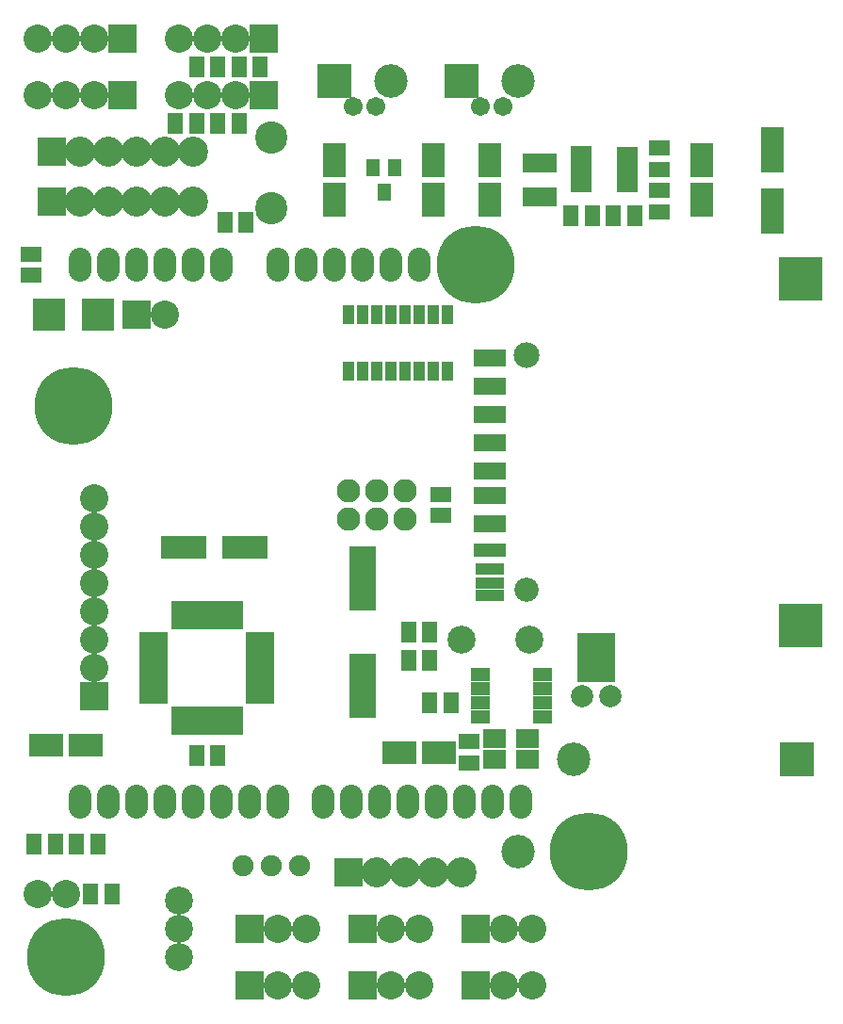
<source format=gts>
G04 (created by PCBNEW (2013-07-07 BZR 4022)-stable) date 29/12/2014 16:26:55*
%MOIN*%
G04 Gerber Fmt 3.4, Leading zero omitted, Abs format*
%FSLAX34Y34*%
G01*
G70*
G90*
G04 APERTURE LIST*
%ADD10C,0.00590551*%
%ADD11C,0.0987402*%
%ADD12R,0.1184X0.1184*%
%ADD13C,0.1184*%
%ADD14C,0.0672441*%
%ADD15C,0.0790551*%
%ADD16R,0.13811X0.17748*%
%ADD17R,0.1144X0.1144*%
%ADD18R,0.079X0.0672*%
%ADD19R,0.1145X0.0594*%
%ADD20R,0.1145X0.0515*%
%ADD21R,0.1023X0.0393*%
%ADD22C,0.086*%
%ADD23C,0.0909*%
%ADD24R,0.1578X0.1578*%
%ADD25O,0.08X0.12*%
%ADD26C,0.1145*%
%ADD27R,0.055X0.075*%
%ADD28R,0.1X0.1*%
%ADD29C,0.1*%
%ADD30R,0.1027X0.1027*%
%ADD31C,0.1066*%
%ADD32R,0.075X0.037*%
%ADD33C,0.083*%
%ADD34R,0.083X0.1224*%
%ADD35R,0.1224X0.083*%
%ADD36C,0.2759*%
%ADD37R,0.096X0.23*%
%ADD38R,0.04X0.065*%
%ADD39R,0.07X0.045*%
%ADD40R,0.075X0.055*%
%ADD41R,0.1617X0.083*%
%ADD42C,0.0987*%
%ADD43R,0.083X0.1617*%
%ADD44R,0.0377X0.0987*%
%ADD45R,0.0987X0.0377*%
%ADD46R,0.0515X0.0594*%
%ADD47R,0.12X0.07*%
%ADD48C,0.0751181*%
%ADD49C,0.118425*%
G04 APERTURE END LIST*
G54D10*
G54D11*
X45750Y-56500D03*
X45750Y-57500D03*
X45750Y-55500D03*
G54D12*
X55750Y-26500D03*
G54D13*
X57750Y-26500D03*
G54D14*
X56400Y-27400D03*
X57200Y-27400D03*
G54D15*
X60000Y-48250D03*
X61000Y-48250D03*
G54D16*
X60500Y-46900D03*
G54D17*
X41134Y-34750D03*
X42866Y-34750D03*
G54D18*
X58070Y-49750D03*
X56930Y-49750D03*
X58070Y-50500D03*
X56930Y-50500D03*
G54D19*
X56750Y-37300D03*
X56750Y-38300D03*
X56750Y-39300D03*
X56750Y-40300D03*
X56750Y-41150D03*
X56750Y-42150D03*
G54D20*
X56750Y-43100D03*
G54D21*
X56750Y-43750D03*
G54D19*
X56750Y-36300D03*
G54D21*
X56750Y-44250D03*
G54D22*
X58050Y-44500D03*
G54D23*
X58050Y-36200D03*
G54D21*
X56750Y-44700D03*
G54D24*
X67750Y-45750D03*
X67750Y-33500D03*
G54D12*
X67600Y-50500D03*
G54D13*
X59700Y-50500D03*
G54D25*
X42250Y-33000D03*
X43250Y-33000D03*
X44250Y-33000D03*
X47250Y-33000D03*
X46250Y-33000D03*
X45250Y-33000D03*
X49250Y-33000D03*
X50250Y-33000D03*
X51250Y-33000D03*
X53250Y-33000D03*
X54250Y-33000D03*
X42250Y-52000D03*
X43250Y-52000D03*
X44250Y-52000D03*
X45250Y-52000D03*
X46250Y-52000D03*
X47250Y-52000D03*
X48250Y-52000D03*
X49250Y-52000D03*
X50850Y-52000D03*
X51850Y-52000D03*
X52850Y-52000D03*
X53850Y-52000D03*
X54850Y-52000D03*
X55850Y-52000D03*
X56850Y-52000D03*
X57850Y-52000D03*
X52250Y-33000D03*
G54D26*
X49000Y-28500D03*
X49000Y-31000D03*
G54D27*
X59625Y-31250D03*
X60375Y-31250D03*
G54D28*
X42750Y-48250D03*
G54D29*
X42750Y-47250D03*
X42750Y-46250D03*
X42750Y-45250D03*
X42750Y-44250D03*
X42750Y-43250D03*
X42750Y-42250D03*
X42750Y-41250D03*
G54D30*
X41250Y-29000D03*
G54D31*
X42250Y-29000D03*
X43250Y-29000D03*
X44250Y-29000D03*
X45250Y-29000D03*
X46250Y-29000D03*
G54D30*
X41250Y-30750D03*
G54D31*
X42250Y-30750D03*
X43250Y-30750D03*
X44250Y-30750D03*
X45250Y-30750D03*
X46250Y-30750D03*
G54D28*
X52250Y-58500D03*
G54D29*
X53250Y-58500D03*
X54250Y-58500D03*
G54D28*
X52250Y-56500D03*
G54D29*
X53250Y-56500D03*
X54250Y-56500D03*
G54D28*
X48250Y-58500D03*
G54D29*
X49250Y-58500D03*
X50250Y-58500D03*
G54D28*
X48250Y-56500D03*
G54D29*
X49250Y-56500D03*
X50250Y-56500D03*
G54D28*
X56250Y-56500D03*
G54D29*
X57250Y-56500D03*
X58250Y-56500D03*
G54D28*
X56250Y-58500D03*
G54D29*
X57250Y-58500D03*
X58250Y-58500D03*
G54D28*
X44250Y-34750D03*
G54D29*
X45250Y-34750D03*
G54D32*
X61600Y-30260D03*
X61600Y-30010D03*
X61600Y-29750D03*
X61600Y-29500D03*
X61600Y-29240D03*
X61600Y-28985D03*
X59975Y-28975D03*
X59975Y-29230D03*
X59975Y-29485D03*
X59975Y-29740D03*
X59975Y-30000D03*
X59975Y-30255D03*
G54D33*
X53750Y-42000D03*
X53750Y-41000D03*
X52750Y-42000D03*
X52750Y-41000D03*
X51750Y-42000D03*
X51750Y-41000D03*
G54D34*
X54750Y-30709D03*
X54750Y-29291D03*
X51250Y-30709D03*
X51250Y-29291D03*
X56750Y-30709D03*
X56750Y-29291D03*
G54D35*
X42459Y-50000D03*
X41041Y-50000D03*
G54D27*
X53875Y-46000D03*
X54625Y-46000D03*
G54D36*
X60250Y-53750D03*
G54D27*
X41375Y-53500D03*
X40625Y-53500D03*
G54D36*
X41750Y-57500D03*
X56250Y-33000D03*
G54D34*
X64250Y-30709D03*
X64250Y-29291D03*
G54D37*
X52250Y-44100D03*
X52250Y-47900D03*
G54D38*
X51750Y-36750D03*
X52250Y-36750D03*
X52750Y-36750D03*
X53250Y-36750D03*
X53750Y-36750D03*
X54250Y-36750D03*
X54750Y-36750D03*
X55250Y-36750D03*
X55250Y-34750D03*
X54750Y-34750D03*
X54250Y-34750D03*
X53750Y-34750D03*
X53250Y-34750D03*
X52750Y-34750D03*
X52250Y-34750D03*
X51750Y-34750D03*
G54D39*
X58600Y-49000D03*
X58600Y-48500D03*
X58600Y-48000D03*
X58600Y-47500D03*
X56400Y-47500D03*
X56400Y-48000D03*
X56400Y-48500D03*
X56400Y-49000D03*
G54D36*
X42000Y-38000D03*
G54D40*
X55000Y-41875D03*
X55000Y-41125D03*
G54D27*
X47125Y-28000D03*
X47875Y-28000D03*
X45625Y-28000D03*
X46375Y-28000D03*
X47875Y-26000D03*
X48625Y-26000D03*
X46375Y-26000D03*
X47125Y-26000D03*
G54D40*
X62750Y-29625D03*
X62750Y-28875D03*
G54D27*
X42875Y-53500D03*
X42125Y-53500D03*
X43375Y-55250D03*
X42625Y-55250D03*
X47375Y-31500D03*
X48125Y-31500D03*
G54D40*
X56000Y-50625D03*
X56000Y-49875D03*
G54D27*
X61125Y-31250D03*
X61875Y-31250D03*
G54D40*
X62750Y-31125D03*
X62750Y-30375D03*
G54D27*
X54625Y-48500D03*
X55375Y-48500D03*
G54D41*
X48083Y-43000D03*
X45917Y-43000D03*
G54D40*
X40500Y-33375D03*
X40500Y-32625D03*
G54D42*
X55750Y-46250D03*
X58150Y-46250D03*
G54D35*
X54959Y-50250D03*
X53541Y-50250D03*
G54D27*
X47125Y-50350D03*
X46375Y-50350D03*
G54D43*
X66750Y-28917D03*
X66750Y-31083D03*
G54D27*
X53875Y-47000D03*
X54625Y-47000D03*
G54D44*
X47843Y-49146D03*
X47528Y-49146D03*
X47213Y-49146D03*
X46898Y-49146D03*
X46583Y-49146D03*
X46268Y-49146D03*
X45953Y-49146D03*
X45638Y-49146D03*
X45640Y-45380D03*
X47850Y-45380D03*
X47530Y-45380D03*
X47210Y-45380D03*
X46900Y-45380D03*
X46580Y-45380D03*
X46270Y-45380D03*
X45950Y-45380D03*
G54D45*
X44850Y-48362D03*
X44850Y-48048D03*
X44850Y-47732D03*
X44850Y-47418D03*
X44850Y-47102D03*
X44850Y-46788D03*
X44850Y-46472D03*
X44850Y-46158D03*
X48630Y-48360D03*
X48630Y-48050D03*
X48630Y-47730D03*
X48630Y-47420D03*
X48630Y-47110D03*
X48630Y-46790D03*
X48630Y-46470D03*
X48630Y-46150D03*
G54D46*
X53000Y-30433D03*
X52625Y-29567D03*
X53375Y-29567D03*
G54D28*
X43750Y-27000D03*
G54D29*
X42750Y-27000D03*
X41750Y-27000D03*
X40750Y-27000D03*
G54D28*
X43750Y-25000D03*
G54D29*
X42750Y-25000D03*
X41750Y-25000D03*
X40750Y-25000D03*
G54D28*
X48750Y-25000D03*
G54D29*
X47750Y-25000D03*
X46750Y-25000D03*
X45750Y-25000D03*
G54D28*
X48750Y-27000D03*
G54D29*
X47750Y-27000D03*
X46750Y-27000D03*
X45750Y-27000D03*
G54D47*
X58500Y-29400D03*
X58500Y-30600D03*
G54D12*
X51250Y-26500D03*
G54D13*
X53250Y-26500D03*
G54D14*
X51900Y-27400D03*
X52700Y-27400D03*
G54D30*
X51750Y-54500D03*
G54D31*
X52750Y-54500D03*
X53750Y-54500D03*
X54750Y-54500D03*
X55750Y-54500D03*
G54D29*
X41750Y-55250D03*
X40750Y-55250D03*
G54D48*
X50000Y-54250D03*
X48000Y-54250D03*
X49000Y-54250D03*
G54D49*
X57750Y-53750D03*
M02*

</source>
